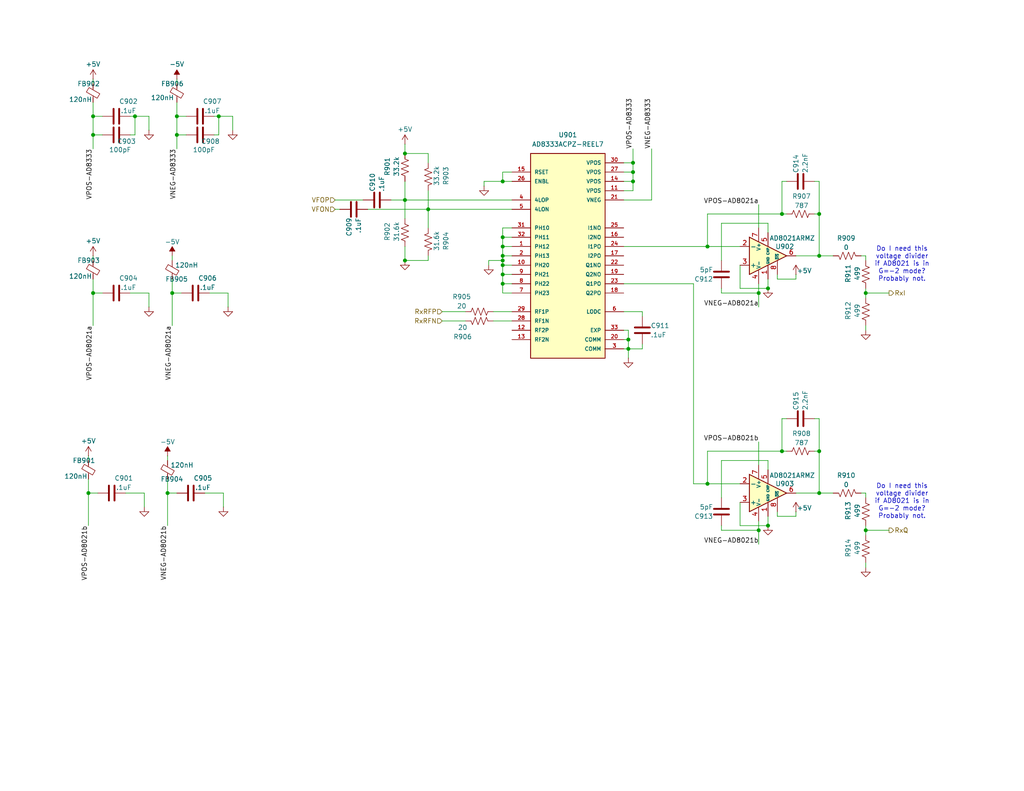
<source format=kicad_sch>
(kicad_sch (version 20250114) (generator "eeschema") (generator_version "9.0")
  (paper "USLetter")
  (title_block (title "Rx Demod") (date "2025-08-10") (company "WB7NAB") (comment 1 "Alan Mimms"))
  (lib_symbols
    (symbol "AD8333ACPZ-REEL7:AD8333ACPZ-REEL7" (pin_names (offset 1.016))
      (property "Reference" "U1" (at 0 33.02 0))
      (property "Value" "AD8333ACPZ-REEL7" (at 0 30.48 0))
      (symbol "AD8333ACPZ-REEL7_0_0"
        (rectangle (start -10.16 -27.94) (end 10.16 27.94) (stroke (width 0.254)) (fill (type background)))
        (pin input line (at -15.24 22.86 0) (length 5.08) (name "RSET") (number "15"))
        (pin input line (at -15.24 20.32 0) (length 5.08) (name "ENBL") (number "26"))
        (pin input line (at -15.24 15.24 0) (length 5.08) (name "4LOP") (number "4"))
        (pin input line (at -15.24 12.7 0) (length 5.08) (name "4LON") (number "5"))
        (pin input line (at -15.24 7.62 0) (length 5.08) (name "PH10") (number "31"))
        (pin input line (at -15.24 5.08 0) (length 5.08) (name "PH11") (number "32"))
        (pin input line (at -15.24 2.54 0) (length 5.08) (name "PH12") (number "1"))
        (pin input line (at -15.24 0 0) (length 5.08) (name "PH13") (number "2"))
        (pin input line (at -15.24 -2.54 0) (length 5.08) (name "PH20") (number "10"))
        (pin input line (at -15.24 -5.08 0) (length 5.08) (name "PH21") (number "9"))
        (pin input line (at -15.24 -7.62 0) (length 5.08) (name "PH22") (number "8"))
        (pin input line (at -15.24 -10.16 0) (length 5.08) (name "PH23") (number "7"))
        (pin input line (at -15.24 -15.24 0) (length 5.08) (name "RF1P") (number "29"))
        (pin input line (at -15.24 -17.78 0) (length 5.08) (name "RF1N") (number "28"))
        (pin input line (at -15.24 -20.32 0) (length 5.08) (name "RF2P") (number "12"))
        (pin input line (at -15.24 -22.86 0) (length 5.08) (name "RF2N") (number "13"))
        (pin power_in line (at 15.24 25.4 180) (length 5.08) (name "VPOS") (number "30"))
        (pin power_in line (at 15.24 22.86 180) (length 5.08) (name "VPOS") (number "27"))
        (pin power_in line (at 15.24 20.32 180) (length 5.08) (name "VPOS") (number "14"))
        (pin power_in line (at 15.24 17.78 180) (length 5.08) (name "VPOS") (number "11"))
        (pin power_in line (at 15.24 15.24 180) (length 5.08) (name "VNEG") (number "21"))
        (pin output line (at 15.24 7.62 180) (length 5.08) (name "I1NO") (number "25"))
        (pin output line (at 15.24 5.08 180) (length 5.08) (name "I2NO") (number "16"))
        (pin output line (at 15.24 2.54 180) (length 5.08) (name "I1PO") (number "24"))
        (pin output line (at 15.24 0 180) (length 5.08) (name "I2PO") (number "17"))
        (pin output line (at 15.24 -2.54 180) (length 5.08) (name "Q1NO") (number "22"))
        (pin output line (at 15.24 -5.08 180) (length 5.08) (name "Q2NO") (number "19"))
        (pin output line (at 15.24 -7.62 180) (length 5.08) (name "Q1PO") (number "23"))
        (pin output line (at 15.24 -10.16 180) (length 5.08) (name "Q2PO") (number "18"))
        (pin passive line (at 15.24 -15.24 180) (length 5.08) (name "LODC") (number "6"))
        (pin passive line (at 15.24 -20.32 180) (length 5.08) (name "EXP") (number "33"))
        (pin passive line (at 15.24 -22.86 180) (length 5.08) (name "COMM") (number "20"))
        (pin passive line (at 15.24 -25.4 180) (length 5.08) (name "COMM") (number "3"))
      )
    )
    (symbol "Device:C" (pin_numbers (hide yes)) (pin_names (offset 0.254))
      (property "Reference" "C" (at 0.635 2.54 0))
      (property "Value" "C" (at 0.635 -2.54 0))
      (symbol "C_0_1"
        (polyline (pts (xy -2.032 0.762) (xy 2.032 0.762)) (stroke (width 0.508)))
        (polyline (pts (xy -2.032 -0.762) (xy 2.032 -0.762)) (stroke (width 0.508)))
      )
      (symbol "C_1_1"
        (pin passive line (at 0 3.81 270) (length 2.794) (name "~") (number "1"))
        (pin passive line (at 0 -3.81 90) (length 2.794) (name "~") (number "2"))
      )
    )
    (symbol "Device:FerriteBead_Small" (pin_numbers (hide yes)) (pin_names (offset 0))
      (property "Reference" "FB" (at 1.905 1.27 0))
      (property "Value" "FerriteBead_Small" (at 1.905 -1.27 0))
      (symbol "FerriteBead_Small_0_1"
        (polyline (pts (xy -1.8288 0.2794) (xy -1.1176 1.4986) (xy 1.8288 -0.2032) (xy 1.1176 -1.4224) (xy -1.8288 0.2794)))
        (polyline (pts (xy 0 0.889) (xy 0 1.2954)))
        (polyline (pts (xy 0 -1.27) (xy 0 -0.7874)))
      )
      (symbol "FerriteBead_Small_1_1"
        (pin passive line (at 0 2.54 270) (length 1.27) (name "~") (number "1"))
        (pin passive line (at 0 -2.54 90) (length 1.27) (name "~") (number "2"))
      )
    )
    (symbol "Device:R_US" (pin_numbers (hide yes)) (pin_names (offset 0))
      (property "Reference" "R" (at 2.54 0 90))
      (property "Value" "R_US" (at -2.54 0 90))
      (symbol "R_US_0_1"
        (polyline (pts (xy 0 2.286) (xy 0 2.54)))
        (polyline (pts (xy 0 2.286) (xy 1.016 1.905) (xy 0 1.524) (xy -1.016 1.143) (xy 0 0.762)))
        (polyline (pts (xy 0 0.762) (xy 1.016 0.381) (xy 0 0) (xy -1.016 -0.381) (xy 0 -0.762)))
        (polyline (pts (xy 0 -0.762) (xy 1.016 -1.143) (xy 0 -1.524) (xy -1.016 -1.905) (xy 0 -2.286)))
        (polyline (pts (xy 0 -2.286) (xy 0 -2.54)))
      )
      (symbol "R_US_1_1"
        (pin passive line (at 0 3.81 270) (length 1.27) (name "~") (number "1"))
        (pin passive line (at 0 -3.81 90) (length 1.27) (name "~") (number "2"))
      )
    )
    (symbol "PCM_Amplifier_Operational_AKL:AD8021ARMZ" (pin_names (offset 0.2))
      (property "Reference" "U" (at 5.08 7.62 0))
      (property "Value" "AD8021ARMZ" (at 5.08 5.08 0))
      (symbol "AD8021ARMZ_0_1"
        (polyline (pts (xy -5.08 5.08) (xy -5.08 -5.08) (xy 5.08 0) (xy -5.08 5.08)) (stroke (width 0.254)) (fill (type background)))
      )
      (symbol "AD8021ARMZ_1_1"
        (pin input line (at -7.62 2.54 0) (length 2.54) (name "-") (number "2"))
        (pin input line (at -7.62 -2.54 0) (length 2.54) (name "+") (number "3"))
        (pin power_in line (at -2.54 7.62 270) (length 3.81) (name "V+") (number "7"))
        (pin power_in line (at -2.54 -7.62 90) (length 3.81) (name "V-") (number "4"))
        (pin input line (at 0 6.35 270) (length 3.81) (name "CMP") (number "5"))
        (pin power_in line (at 0 -6.35 90) (length 3.81) (name "GND") (number "1"))
        (pin passive line (at 2.54 -5.08 90) (length 3.81) (name "~{DIS}") (number "8"))
        (pin output line (at 7.62 0 180) (length 2.54) (name "~") (number "6"))
      )
    )
    (symbol "power:+5V" (power) (pin_numbers (hide yes)) (pin_names (offset 0) (hide yes))
      (property "Value" "+5V" (at 0 3.556 0))
      (symbol "+5V_0_1"
        (polyline (pts (xy -0.762 1.27) (xy 0 2.54)))
        (polyline (pts (xy 0 2.54) (xy 0.762 1.27)))
        (polyline (pts (xy 0 0) (xy 0 2.54)))
      )
      (symbol "+5V_1_1"
        (pin power_in line (at 0 0 90) (length 0) (name "~") (number "1"))
      )
    )
    (symbol "power:+5VA" (power) (pin_numbers (hide yes)) (pin_names (offset 0) (hide yes))
      (property "Value" "+5VA" (at 0 3.556 0))
      (symbol "+5VA_0_1"
        (polyline (pts (xy -0.762 1.27) (xy 0 2.54)))
        (polyline (pts (xy 0 2.54) (xy 0.762 1.27)))
        (polyline (pts (xy 0 0) (xy 0 2.54)))
      )
      (symbol "+5VA_1_1"
        (pin power_in line (at 0 0 90) (length 0) (name "~") (number "1"))
      )
    )
    (symbol "power:-5V" (power) (pin_numbers (hide yes)) (pin_names (offset 0) (hide yes))
      (property "Value" "-5V" (at 0 3.556 0))
      (symbol "-5V_0_0"
        (pin power_in line (at 0 0 90) (length 0) (name "~") (number "1"))
      )
      (symbol "-5V_0_1"
        (polyline (pts (xy 0 0) (xy 0 1.27) (xy 0.762 1.27) (xy 0 2.54) (xy -0.762 1.27) (xy 0 1.27)) (fill (type outline)))
      )
    )
    (symbol "power:-5VA" (power) (pin_numbers (hide yes)) (pin_names (offset 0) (hide yes))
      (property "Value" "-5VA" (at 0 3.556 0))
      (symbol "-5VA_0_0"
        (pin power_in line (at 0 0 90) (length 0) (name "~") (number "1"))
      )
      (symbol "-5VA_0_1"
        (polyline (pts (xy 0 0) (xy 0 1.27) (xy 0.762 1.27) (xy 0 2.54) (xy -0.762 1.27) (xy 0 1.27)) (fill (type outline)))
      )
    )
    (symbol "power:GND" (power) (pin_numbers (hide yes)) (pin_names (offset 0) (hide yes))
      (property "Value" "GND" (at 0 -3.81 0))
      (symbol "GND_0_1"
        (polyline (pts (xy 0 0) (xy 0 -1.27) (xy 1.27 -1.27) (xy 0 -2.54) (xy -1.27 -1.27) (xy 0 -1.27)))
      )
      (symbol "GND_1_1"
        (pin power_in line (at 0 0 270) (length 0) (name "~") (number "1"))
      )
    )
  )
  (text "Do I need this\nvoltage divider\nif AD8021 is in\nG=-2 mode?\nProbably not." (at 246.126 72.136 0) (effects (font (size 1.27 1.27))))
  (text "Do I need this\nvoltage divider\nif AD8021 is in\nG=-2 mode?\nProbably not." (at 246.126 136.906 0) (effects (font (size 1.27 1.27))))
  (junction (at 171.45 95.25))
  (junction (at 172.72 44.45))
  (junction (at 48.26 36.83))
  (junction (at 137.16 69.85))
  (junction (at 137.16 74.93))
  (junction (at 110.49 71.12))
  (junction (at 236.22 144.78))
  (junction (at 45.72 134.62))
  (junction (at 223.52 134.62))
  (junction (at 24.13 134.62))
  (junction (at 223.52 123.19))
  (junction (at 110.49 54.61))
  (junction (at 137.16 72.39))
  (junction (at 48.26 31.75))
  (junction (at 209.55 143.51))
  (junction (at 209.55 78.74))
  (junction (at 116.84 57.15))
  (junction (at 137.16 71.12))
  (junction (at 193.04 67.31))
  (junction (at 207.01 144.78))
  (junction (at 172.72 46.99))
  (junction (at 25.4 80.01))
  (junction (at 59.69 31.75))
  (junction (at 36.83 31.75))
  (junction (at 223.52 69.85))
  (junction (at 137.16 49.53))
  (junction (at 207.01 80.01))
  (junction (at 213.36 123.19))
  (junction (at 137.16 67.31))
  (junction (at 193.04 132.08))
  (junction (at 137.16 77.47))
  (junction (at 25.4 31.75))
  (junction (at 25.4 36.83))
  (junction (at 110.49 41.91))
  (junction (at 236.22 80.01))
  (junction (at 172.72 49.53))
  (junction (at 46.99 80.01))
  (junction (at 137.16 64.77))
  (junction (at 171.45 92.71))
  (junction (at 213.36 58.42))
  (junction (at 223.52 58.42))
  (wire (pts (xy 193.04 67.31) (xy 201.93 67.31)))
  (wire (pts (xy 213.36 114.3) (xy 214.63 114.3)))
  (wire (pts (xy 223.52 69.85) (xy 227.33 69.85)))
  (wire (pts (xy 63.5 31.75) (xy 63.5 35.56)))
  (wire (pts (xy 120.65 87.63) (xy 127 87.63)))
  (wire (pts (xy 139.7 46.99) (xy 137.16 46.99)))
  (wire (pts (xy 133.35 72.39) (xy 133.35 71.12)))
  (wire (pts (xy 45.72 134.62) (xy 48.26 134.62)))
  (wire (pts (xy 201.93 78.74) (xy 209.55 78.74)))
  (wire (pts (xy 196.85 78.74) (xy 196.85 80.01)))
  (wire (pts (xy 222.25 123.19) (xy 223.52 123.19)))
  (wire (pts (xy 45.72 130.81) (xy 45.72 134.62)))
  (wire (pts (xy 236.22 144.78) (xy 236.22 146.05)))
  (wire (pts (xy 48.26 27.94) (xy 48.26 31.75)))
  (wire (pts (xy 120.65 85.09) (xy 127 85.09)))
  (wire (pts (xy 59.69 31.75) (xy 63.5 31.75)))
  (wire (pts (xy 175.26 85.09) (xy 175.26 86.36)))
  (wire (pts (xy 217.17 76.2) (xy 217.17 74.93)))
  (wire (pts (xy 91.44 54.61) (xy 99.06 54.61)))
  (wire (pts (xy 35.56 31.75) (xy 36.83 31.75)))
  (wire (pts (xy 222.25 49.53) (xy 223.52 49.53)))
  (wire (pts (xy 196.85 125.73) (xy 209.55 125.73)))
  (wire (pts (xy 110.49 49.53) (xy 110.49 54.61)))
  (wire (pts (xy 170.18 95.25) (xy 171.45 95.25)))
  (wire (pts (xy 171.45 95.25) (xy 171.45 97.79)))
  (wire (pts (xy 170.18 49.53) (xy 172.72 49.53)))
  (wire (pts (xy 46.99 69.85) (xy 46.99 71.12)))
  (wire (pts (xy 139.7 80.01) (xy 137.16 80.01)))
  (wire (pts (xy 24.13 134.62) (xy 24.13 143.51)))
  (wire (pts (xy 46.99 80.01) (xy 49.53 80.01)))
  (wire (pts (xy 34.29 134.62) (xy 39.37 134.62)))
  (wire (pts (xy 35.56 80.01) (xy 40.64 80.01)))
  (wire (pts (xy 134.62 85.09) (xy 139.7 85.09)))
  (wire (pts (xy 25.4 36.83) (xy 25.4 40.64)))
  (wire (pts (xy 170.18 90.17) (xy 171.45 90.17)))
  (wire (pts (xy 137.16 64.77) (xy 139.7 64.77)))
  (wire (pts (xy 91.44 57.15) (xy 92.71 57.15)))
  (wire (pts (xy 193.04 58.42) (xy 213.36 58.42)))
  (wire (pts (xy 27.94 31.75) (xy 25.4 31.75)))
  (wire (pts (xy 60.96 134.62) (xy 60.96 138.43)))
  (wire (pts (xy 55.88 134.62) (xy 60.96 134.62)))
  (wire (pts (xy 223.52 49.53) (xy 223.52 58.42)))
  (wire (pts (xy 172.72 40.64) (xy 172.72 44.45)))
  (wire (pts (xy 40.64 31.75) (xy 40.64 35.56)))
  (wire (pts (xy 137.16 46.99) (xy 137.16 49.53)))
  (wire (pts (xy 193.04 132.08) (xy 201.93 132.08)))
  (wire (pts (xy 116.84 57.15) (xy 139.7 57.15)))
  (wire (pts (xy 137.16 71.12) (xy 137.16 69.85)))
  (wire (pts (xy 46.99 80.01) (xy 46.99 88.9)))
  (wire (pts (xy 132.08 50.8) (xy 132.08 49.53)))
  (wire (pts (xy 222.25 114.3) (xy 223.52 114.3)))
  (wire (pts (xy 217.17 134.62) (xy 223.52 134.62)))
  (wire (pts (xy 25.4 31.75) (xy 25.4 36.83)))
  (wire (pts (xy 201.93 72.39) (xy 201.93 78.74)))
  (wire (pts (xy 25.4 80.01) (xy 25.4 88.9)))
  (wire (pts (xy 193.04 58.42) (xy 193.04 67.31)))
  (wire (pts (xy 132.08 49.53) (xy 137.16 49.53)))
  (wire (pts (xy 171.45 92.71) (xy 171.45 95.25)))
  (wire (pts (xy 217.17 140.97) (xy 217.17 139.7)))
  (wire (pts (xy 170.18 77.47) (xy 189.23 77.47)))
  (wire (pts (xy 137.16 67.31) (xy 139.7 67.31)))
  (wire (pts (xy 236.22 80.01) (xy 236.22 81.28)))
  (wire (pts (xy 207.01 144.78) (xy 207.01 148.59)))
  (wire (pts (xy 212.09 76.2) (xy 217.17 76.2)))
  (wire (pts (xy 25.4 69.85) (xy 25.4 71.12)))
  (wire (pts (xy 172.72 49.53) (xy 172.72 46.99)))
  (wire (pts (xy 137.16 69.85) (xy 137.16 67.31)))
  (wire (pts (xy 106.68 54.61) (xy 110.49 54.61)))
  (wire (pts (xy 134.62 87.63) (xy 139.7 87.63)))
  (wire (pts (xy 207.01 77.47) (xy 207.01 80.01)))
  (wire (pts (xy 137.16 62.23) (xy 139.7 62.23)))
  (wire (pts (xy 110.49 41.91) (xy 116.84 41.91)))
  (wire (pts (xy 25.4 21.59) (xy 25.4 22.86)))
  (wire (pts (xy 207.01 55.88) (xy 207.01 62.23)))
  (wire (pts (xy 24.13 124.46) (xy 24.13 125.73)))
  (wire (pts (xy 234.95 134.62) (xy 236.22 134.62)))
  (wire (pts (xy 175.26 95.25) (xy 171.45 95.25)))
  (wire (pts (xy 137.16 77.47) (xy 139.7 77.47)))
  (wire (pts (xy 137.16 74.93) (xy 139.7 74.93)))
  (wire (pts (xy 24.13 130.81) (xy 24.13 134.62)))
  (wire (pts (xy 223.52 114.3) (xy 223.52 123.19)))
  (wire (pts (xy 217.17 69.85) (xy 223.52 69.85)))
  (wire (pts (xy 137.16 64.77) (xy 137.16 62.23)))
  (wire (pts (xy 36.83 31.75) (xy 40.64 31.75)))
  (wire (pts (xy 48.26 21.59) (xy 48.26 22.86)))
  (wire (pts (xy 177.8 40.64) (xy 177.8 54.61)))
  (wire (pts (xy 137.16 49.53) (xy 139.7 49.53)))
  (wire (pts (xy 209.55 60.96) (xy 209.55 63.5)))
  (wire (pts (xy 201.93 143.51) (xy 209.55 143.51)))
  (wire (pts (xy 27.94 80.01) (xy 25.4 80.01)))
  (wire (pts (xy 35.56 36.83) (xy 36.83 36.83)))
  (wire (pts (xy 196.85 143.51) (xy 196.85 144.78)))
  (wire (pts (xy 59.69 36.83) (xy 59.69 31.75)))
  (wire (pts (xy 25.4 76.2) (xy 25.4 80.01)))
  (wire (pts (xy 137.16 69.85) (xy 139.7 69.85)))
  (wire (pts (xy 236.22 153.67) (xy 236.22 154.94)))
  (wire (pts (xy 223.52 134.62) (xy 227.33 134.62)))
  (wire (pts (xy 40.64 80.01) (xy 40.64 83.82)))
  (wire (pts (xy 196.85 80.01) (xy 207.01 80.01)))
  (wire (pts (xy 25.4 36.83) (xy 27.94 36.83)))
  (wire (pts (xy 193.04 123.19) (xy 193.04 132.08)))
  (wire (pts (xy 172.72 49.53) (xy 172.72 52.07)))
  (wire (pts (xy 48.26 36.83) (xy 48.26 40.64)))
  (wire (pts (xy 25.4 27.94) (xy 25.4 31.75)))
  (wire (pts (xy 170.18 92.71) (xy 171.45 92.71)))
  (wire (pts (xy 223.52 123.19) (xy 223.52 134.62)))
  (wire (pts (xy 175.26 93.98) (xy 175.26 95.25)))
  (wire (pts (xy 196.85 71.12) (xy 196.85 60.96)))
  (wire (pts (xy 116.84 69.85) (xy 116.84 71.12)))
  (wire (pts (xy 170.18 52.07) (xy 172.72 52.07)))
  (wire (pts (xy 110.49 54.61) (xy 139.7 54.61)))
  (wire (pts (xy 170.18 85.09) (xy 175.26 85.09)))
  (wire (pts (xy 62.23 80.01) (xy 62.23 83.82)))
  (wire (pts (xy 137.16 72.39) (xy 137.16 71.12)))
  (wire (pts (xy 170.18 67.31) (xy 193.04 67.31)))
  (wire (pts (xy 196.85 135.89) (xy 196.85 125.73)))
  (wire (pts (xy 170.18 46.99) (xy 172.72 46.99)))
  (wire (pts (xy 209.55 125.73) (xy 209.55 128.27)))
  (wire (pts (xy 196.85 60.96) (xy 209.55 60.96)))
  (wire (pts (xy 110.49 39.37) (xy 110.49 41.91)))
  (wire (pts (xy 45.72 134.62) (xy 45.72 143.51)))
  (wire (pts (xy 236.22 88.9) (xy 236.22 90.17)))
  (wire (pts (xy 196.85 144.78) (xy 207.01 144.78)))
  (wire (pts (xy 209.55 76.2) (xy 209.55 78.74)))
  (wire (pts (xy 50.8 31.75) (xy 48.26 31.75)))
  (wire (pts (xy 26.67 134.62) (xy 24.13 134.62)))
  (wire (pts (xy 236.22 80.01) (xy 242.57 80.01)))
  (wire (pts (xy 213.36 123.19) (xy 214.63 123.19)))
  (wire (pts (xy 207.01 120.65) (xy 207.01 127)))
  (wire (pts (xy 234.95 69.85) (xy 236.22 69.85)))
  (wire (pts (xy 236.22 78.74) (xy 236.22 80.01)))
  (wire (pts (xy 116.84 52.07) (xy 116.84 57.15)))
  (wire (pts (xy 57.15 80.01) (xy 62.23 80.01)))
  (wire (pts (xy 207.01 80.01) (xy 207.01 83.82)))
  (wire (pts (xy 170.18 54.61) (xy 177.8 54.61)))
  (wire (pts (xy 236.22 143.51) (xy 236.22 144.78)))
  (wire (pts (xy 137.16 80.01) (xy 137.16 77.47)))
  (wire (pts (xy 236.22 69.85) (xy 236.22 71.12)))
  (wire (pts (xy 212.09 140.97) (xy 217.17 140.97)))
  (wire (pts (xy 110.49 67.31) (xy 110.49 71.12)))
  (wire (pts (xy 207.01 142.24) (xy 207.01 144.78)))
  (wire (pts (xy 137.16 77.47) (xy 137.16 74.93)))
  (wire (pts (xy 45.72 124.46) (xy 45.72 125.73)))
  (wire (pts (xy 212.09 74.93) (xy 212.09 76.2)))
  (wire (pts (xy 209.55 140.97) (xy 209.55 143.51)))
  (wire (pts (xy 172.72 46.99) (xy 172.72 44.45)))
  (wire (pts (xy 58.42 36.83) (xy 59.69 36.83)))
  (wire (pts (xy 100.33 57.15) (xy 116.84 57.15)))
  (wire (pts (xy 137.16 72.39) (xy 139.7 72.39)))
  (wire (pts (xy 58.42 31.75) (xy 59.69 31.75)))
  (wire (pts (xy 137.16 67.31) (xy 137.16 64.77)))
  (wire (pts (xy 213.36 49.53) (xy 213.36 58.42)))
  (wire (pts (xy 223.52 58.42) (xy 223.52 69.85)))
  (wire (pts (xy 110.49 54.61) (xy 110.49 59.69)))
  (wire (pts (xy 137.16 74.93) (xy 137.16 72.39)))
  (wire (pts (xy 212.09 139.7) (xy 212.09 140.97)))
  (wire (pts (xy 48.26 36.83) (xy 50.8 36.83)))
  (wire (pts (xy 189.23 132.08) (xy 193.04 132.08)))
  (wire (pts (xy 172.72 44.45) (xy 170.18 44.45)))
  (wire (pts (xy 133.35 71.12) (xy 137.16 71.12)))
  (wire (pts (xy 201.93 137.16) (xy 201.93 143.51)))
  (wire (pts (xy 189.23 77.47) (xy 189.23 132.08)))
  (wire (pts (xy 46.99 76.2) (xy 46.99 80.01)))
  (wire (pts (xy 39.37 134.62) (xy 39.37 138.43)))
  (wire (pts (xy 236.22 144.78) (xy 242.57 144.78)))
  (wire (pts (xy 48.26 31.75) (xy 48.26 36.83)))
  (wire (pts (xy 213.36 114.3) (xy 213.36 123.19)))
  (wire (pts (xy 236.22 134.62) (xy 236.22 135.89)))
  (wire (pts (xy 116.84 57.15) (xy 116.84 62.23)))
  (wire (pts (xy 213.36 58.42) (xy 214.63 58.42)))
  (wire (pts (xy 110.49 71.12) (xy 116.84 71.12)))
  (wire (pts (xy 36.83 36.83) (xy 36.83 31.75)))
  (wire (pts (xy 193.04 123.19) (xy 213.36 123.19)))
  (wire (pts (xy 116.84 41.91) (xy 116.84 44.45)))
  (wire (pts (xy 171.45 90.17) (xy 171.45 92.71)))
  (wire (pts (xy 222.25 58.42) (xy 223.52 58.42)))
  (wire (pts (xy 213.36 49.53) (xy 214.63 49.53)))
  (label "VPOS-AD8021b" (at 207.01 120.65 180))
  (label "VNEG-AD8021b" (at 207.01 148.59 180))
  (label "VPOS-AD8021a" (at 207.01 55.88 180))
  (label "VPOS-AD8333" (at 172.72 40.64 90))
  (label "VNEG-AD8333" (at 48.26 40.64 270))
  (label "VNEG-AD8021b" (at 45.72 143.51 270))
  (label "VPOS-AD8021a" (at 25.4 88.9 270))
  (label "VNEG-AD8021a" (at 207.01 83.82 180))
  (label "VNEG-AD8021a" (at 46.99 88.9 270))
  (label "VNEG-AD8333" (at 177.8 40.64 90))
  (label "VPOS-AD8333" (at 25.4 40.64 270))
  (label "VPOS-AD8021b" (at 24.13 143.51 270))
  (hierarchical_label "VFOP" (shape input) (at 91.44 54.61 180))
  (hierarchical_label "RxI" (shape output) (at 242.57 80.01 0))
  (hierarchical_label "RxRFN" (shape input) (at 120.65 87.63 180))
  (hierarchical_label "RxQ" (shape output) (at 242.57 144.78 0))
  (hierarchical_label "VFON" (shape input) (at 91.44 57.15 180))
  (hierarchical_label "RxRFP" (shape input) (at 120.65 85.09 180))
  (symbol (lib_id "Device:C") (at 53.34 80.01 90) (unit 1)
    (property "Reference" "C906" (at 56.642 75.946 90))
    (property "Value" ".1uF" (at 56.642 78.486 90))
    (property "Description" "Unpolarized capacitor" (effects (hide yes)))
  )
  (symbol (lib_id "power:GND") (at 236.22 90.17 0) (unit 1)
    (property "Reference" "#PWR0922" (effects (hide yes)))
    (property "Value" "GND" (effects (hide yes)))
    (property "Description" "Power symbol creates a global label with name \"GND\" , ground" (effects (hide yes)))
  )
  (symbol (lib_id "power:+5VA") (at 25.4 21.59 0) (unit 1)
    (property "Reference" "#PWR0902" (effects (hide yes)))
    (property "Value" "+5V" (at 25.4 17.526 0))
    (property "Description" "Power symbol creates a global label with name \"+5VA\"" (effects (hide yes)))
  )
  (symbol (lib_id "Device:FerriteBead_Small") (at 25.4 73.66 0) (unit 1)
    (property "Reference" "FB903" (at 21.082 71.12 0) (effects (justify left)))
    (property "Value" "120nH" (at 18.796 75.438 0) (effects (justify left)))
    (property "Description" "Ferrite bead, small symbol" (effects (hide yes)))
  )
  (symbol (lib_id "power:GND") (at 39.37 138.43 0) (unit 1)
    (property "Reference" "#PWR0904" (effects (hide yes)))
    (property "Value" "GND" (effects (hide yes)))
    (property "Description" "Power symbol creates a global label with name \"GND\" , ground" (effects (hide yes)))
  )
  (symbol (lib_id "power:-5VA") (at 45.72 124.46 0) (unit 1)
    (property "Reference" "#PWR0907" (effects (hide yes)))
    (property "Value" "-5V" (at 45.72 120.65 0))
    (property "Description" "Power symbol creates a global label with name \"-5VA\"" (effects (hide yes)))
  )
  (symbol (lib_id "power:GND") (at 63.5 35.56 0) (unit 1)
    (property "Reference" "#PWR0912" (effects (hide yes)))
    (property "Value" "GND" (effects (hide yes)))
    (property "Description" "Power symbol creates a global label with name \"GND\" , ground" (effects (hide yes)))
  )
  (symbol (lib_id "Device:FerriteBead_Small") (at 45.72 128.27 180) (unit 1)
    (property "Reference" "FB904" (at 50.038 130.81 0) (effects (justify left)))
    (property "Value" "120nH" (at 52.832 127 0) (effects (justify left)))
    (property "Description" "Ferrite bead, small symbol" (effects (hide yes)))
  )
  (symbol (lib_id "Device:C") (at 175.26 90.17 0) (unit 1)
    (property "Reference" "C911" (at 177.546 88.9 0) (effects (justify left)))
    (property "Value" ".1uF" (at 177.546 91.44 0) (effects (justify left)))
    (property "Description" "Unpolarized capacitor" (effects (hide yes)))
  )
  (symbol (lib_id "power:+5V") (at 217.17 74.93 0) (unit 1)
    (property "Reference" "#PWR0920" (effects (hide yes)))
    (property "Value" "+5V" (at 219.456 73.914 0))
    (property "Description" "Power symbol creates a global label with name \"+5V\"" (effects (hide yes)))
  )
  (symbol (lib_id "Device:R_US") (at 236.22 149.86 180) (unit 1)
    (property "Reference" "R914" (at 231.394 149.606 90))
    (property "Value" "499" (at 233.934 149.606 90))
    (property "Description" "Resistor, US symbol" (effects (hide yes)))
  )
  (symbol (lib_id "Device:R_US") (at 218.44 123.19 90) (unit 1)
    (property "Reference" "R908" (at 218.694 118.364 90))
    (property "Value" "787" (at 218.694 120.904 90))
    (property "Description" "Resistor, US symbol" (effects (hide yes)))
  )
  (symbol (lib_id "Device:C") (at 54.61 36.83 90) (unit 1)
    (property "Reference" "C908" (at 57.404 38.608 90))
    (property "Value" "100pF" (at 55.626 40.894 90))
    (property "Description" "Unpolarized capacitor" (effects (hide yes)))
  )
  (symbol (lib_id "Device:C") (at 31.75 36.83 90) (unit 1)
    (property "Reference" "C903" (at 34.544 38.608 90))
    (property "Value" "100pF" (at 32.766 40.894 90))
    (property "Description" "Unpolarized capacitor" (effects (hide yes)))
  )
  (symbol (lib_id "Device:C") (at 31.75 80.01 90) (unit 1)
    (property "Reference" "C904" (at 35.052 75.946 90))
    (property "Value" ".1uF" (at 35.052 78.486 90))
    (property "Description" "Unpolarized capacitor" (effects (hide yes)))
  )
  (symbol (lib_id "Device:FerriteBead_Small") (at 48.26 25.4 0) (unit 1)
    (property "Reference" "FB906" (at 43.942 22.86 0) (effects (justify left)))
    (property "Value" "120nH" (at 41.148 26.67 0) (effects (justify left)))
    (property "Description" "Ferrite bead, small symbol" (effects (hide yes)))
  )
  (symbol (lib_id "Device:R_US") (at 110.49 45.72 180) (unit 1)
    (property "Reference" "R901" (at 105.664 45.466 90))
    (property "Value" "33.2k" (at 108.204 45.466 90))
    (property "Description" "Resistor, US symbol" (effects (hide yes)))
  )
  (symbol (lib_id "Device:R_US") (at 236.22 85.09 180) (unit 1)
    (property "Reference" "R912" (at 231.394 84.836 90))
    (property "Value" "499" (at 233.934 84.836 90))
    (property "Description" "Resistor, US symbol" (effects (hide yes)))
  )
  (symbol (lib_id "Device:R_US") (at 236.22 139.7 180) (unit 1)
    (property "Reference" "R913" (at 231.394 139.446 90))
    (property "Value" "499" (at 233.934 139.446 90))
    (property "Description" "Resistor, US symbol" (effects (hide yes)))
  )
  (symbol (lib_id "Device:R_US") (at 231.14 134.62 270) (mirror x) (unit 1)
    (property "Reference" "R910" (at 230.886 129.794 90))
    (property "Value" "0" (at 230.886 132.334 90))
    (property "Description" "Resistor, US symbol" (effects (hide yes)))
  )
  (symbol (lib_id "power:GND") (at 62.23 83.82 0) (unit 1)
    (property "Reference" "#PWR0911" (effects (hide yes)))
    (property "Value" "GND" (effects (hide yes)))
    (property "Description" "Power symbol creates a global label with name \"GND\" , ground" (effects (hide yes)))
  )
  (symbol (lib_id "Device:R_US") (at 110.49 63.5 180) (unit 1)
    (property "Reference" "R902" (at 105.664 63.246 90))
    (property "Value" "31.6k" (at 108.204 63.246 90))
    (property "Description" "Resistor, US symbol" (effects (hide yes)))
  )
  (symbol (lib_id "power:GND") (at 110.49 71.12 0) (unit 1)
    (property "Reference" "#PWR0914" (effects (hide yes)))
    (property "Value" "GND" (effects (hide yes)))
    (property "Description" "Power symbol creates a global label with name \"GND\" , ground" (effects (hide yes)))
  )
  (symbol (lib_id "Device:C") (at 102.87 54.61 90) (unit 1)
    (property "Reference" "C910" (at 101.6 52.324 0) (effects (justify left)))
    (property "Value" ".1uF" (at 104.14 52.324 0) (effects (justify left)))
    (property "Description" "Unpolarized capacitor" (effects (hide yes)))
  )
  (symbol (lib_id "power:GND") (at 40.64 35.56 0) (unit 1)
    (property "Reference" "#PWR0905" (effects (hide yes)))
    (property "Value" "GND" (effects (hide yes)))
    (property "Description" "Power symbol creates a global label with name \"GND\" , ground" (effects (hide yes)))
  )
  (symbol (lib_id "Device:R_US") (at 116.84 48.26 0) (mirror x) (unit 1)
    (property "Reference" "R903" (at 121.666 48.006 90))
    (property "Value" "33.2k" (at 119.126 48.006 90))
    (property "Description" "Resistor, US symbol" (effects (hide yes)))
  )
  (symbol (lib_id "Device:C") (at 196.85 139.7 180) (unit 1)
    (property "Reference" "C913" (at 194.564 140.97 0) (effects (justify left)))
    (property "Value" "5pF" (at 194.564 138.43 0) (effects (justify left)))
    (property "Description" "Unpolarized capacitor" (effects (hide yes)))
  )
  (symbol (lib_id "power:-5VA") (at 46.99 69.85 0) (unit 1)
    (property "Reference" "#PWR0908" (effects (hide yes)))
    (property "Value" "-5V" (at 46.99 66.04 0))
    (property "Description" "Power symbol creates a global label with name \"-5VA\"" (effects (hide yes)))
  )
  (symbol (lib_id "power:+5VA") (at 25.4 69.85 0) (unit 1)
    (property "Reference" "#PWR0903" (effects (hide yes)))
    (property "Value" "+5V" (at 25.4 65.786 0))
    (property "Description" "Power symbol creates a global label with name \"+5VA\"" (effects (hide yes)))
  )
  (symbol (lib_id "Device:C") (at 218.44 114.3 90) (unit 1)
    (property "Reference" "C915" (at 217.17 112.014 0) (effects (justify left)))
    (property "Value" "2.2nF" (at 219.71 112.014 0) (effects (justify left)))
    (property "Description" "Unpolarized capacitor" (effects (hide yes)))
  )
  (symbol (lib_id "power:+5VA") (at 110.49 39.37 0) (unit 1)
    (property "Reference" "#PWR0913" (effects (hide yes)))
    (property "Value" "+5V" (at 110.49 35.306 0))
    (property "Description" "Power symbol creates a global label with name \"+5VA\"" (effects (hide yes)))
  )
  (symbol (lib_id "power:GND") (at 60.96 138.43 0) (unit 1)
    (property "Reference" "#PWR0910" (effects (hide yes)))
    (property "Value" "GND" (effects (hide yes)))
    (property "Description" "Power symbol creates a global label with name \"GND\" , ground" (effects (hide yes)))
  )
  (symbol (lib_id "power:-5V") (at 48.26 21.59 0) (unit 1)
    (property "Reference" "#PWR0909" (effects (hide yes)))
    (property "Value" "-5V" (at 48.26 17.526 0))
    (property "Description" "Power symbol creates a global label with name \"-5V\"" (effects (hide yes)))
  )
  (symbol (lib_id "Device:R_US") (at 231.14 69.85 270) (mirror x) (unit 1)
    (property "Reference" "R909" (at 230.886 65.024 90))
    (property "Value" "0" (at 230.886 67.564 90))
    (property "Description" "Resistor, US symbol" (effects (hide yes)))
  )
  (symbol (lib_id "AD8333ACPZ-REEL7:AD8333ACPZ-REEL7") (at 154.94 69.85 0) (unit 1)
    (property "Reference" "U901" (at 154.94 36.83 0))
    (property "Value" "AD8333ACPZ-REEL7" (at 154.94 39.37 0))
    (property "Footprint" "AD8333ACPZ-REEL7:QFN50P500X475X100-33N" (effects (hide yes)))
    (property "MF" "Analog Devices" (effects (hide yes)))
    (property "Description_1" "DC to 50 MHz, Dual I/Q Demodulator and Phase Shifter" (effects (hide yes)))
    (property "Package" "LFCSP -32 Analog Devices" (effects (hide yes)))
    (property "Price" "None" (effects (hide yes)))
    (property "Check_prices" "https://www.snapeda.com/parts/AD8333ACPZ-REEL7/Analog+Devices/view-part/?ref=eda" (effects (hide yes)))
    (property "SnapEDA_Link" "https://www.snapeda.com/parts/AD8333ACPZ-REEL7/Analog+Devices/view-part/?ref=snap" (effects (hide yes)))
    (property "MP" "AD8333ACPZ-REEL7" (effects (hide yes)))
    (property "Availability" "In Stock" (effects (hide yes)))
    (property "MANUFACTURER" "Analog Devices" (effects (hide yes)))
  )
  (symbol (lib_id "Device:C") (at 52.07 134.62 90) (unit 1)
    (property "Reference" "C905" (at 55.372 130.556 90))
    (property "Value" ".1uF" (at 55.372 133.096 90))
    (property "Description" "Unpolarized capacitor" (effects (hide yes)))
  )
  (symbol (lib_id "Device:C") (at 196.85 74.93 180) (unit 1)
    (property "Reference" "C912" (at 194.564 76.2 0) (effects (justify left)))
    (property "Value" "5pF" (at 194.564 73.66 0) (effects (justify left)))
    (property "Description" "Unpolarized capacitor" (effects (hide yes)))
  )
  (symbol (lib_id "Device:C") (at 31.75 31.75 90) (unit 1)
    (property "Reference" "C902" (at 35.052 27.686 90))
    (property "Value" ".1uF" (at 35.052 30.226 90))
    (property "Description" "Unpolarized capacitor" (effects (hide yes)))
  )
  (symbol (lib_id "Device:C") (at 54.61 31.75 90) (unit 1)
    (property "Reference" "C907" (at 57.912 27.686 90))
    (property "Value" ".1uF" (at 57.912 30.226 90))
    (property "Description" "Unpolarized capacitor" (effects (hide yes)))
  )
  (symbol (lib_id "Device:R_US") (at 218.44 58.42 90) (unit 1)
    (property "Reference" "R907" (at 218.694 53.594 90))
    (property "Value" "787" (at 218.694 56.134 90))
    (property "Description" "Resistor, US symbol" (effects (hide yes)))
  )
  (symbol (lib_id "Device:FerriteBead_Small") (at 46.99 73.66 180) (unit 1)
    (property "Reference" "FB905" (at 51.308 76.2 0) (effects (justify left)))
    (property "Value" "120nH" (at 54.102 72.39 0) (effects (justify left)))
    (property "Description" "Ferrite bead, small symbol" (effects (hide yes)))
  )
  (symbol (lib_id "Device:C") (at 30.48 134.62 90) (unit 1)
    (property "Reference" "C901" (at 33.782 130.556 90))
    (property "Value" ".1uF" (at 33.782 133.096 90))
    (property "Description" "Unpolarized capacitor" (effects (hide yes)))
  )
  (symbol (lib_id "power:GND") (at 236.22 154.94 0) (unit 1)
    (property "Reference" "#PWR0923" (effects (hide yes)))
    (property "Value" "GND" (effects (hide yes)))
    (property "Description" "Power symbol creates a global label with name \"GND\" , ground" (effects (hide yes)))
  )
  (symbol (lib_id "power:GND") (at 209.55 143.51 0) (unit 1)
    (property "Reference" "#PWR0919" (effects (hide yes)))
    (property "Value" "GND" (effects (hide yes)))
    (property "Description" "Power symbol creates a global label with name \"GND\" , ground" (effects (hide yes)))
  )
  (symbol (lib_id "power:GND") (at 132.08 50.8 0) (unit 1)
    (property "Reference" "#PWR0915" (effects (hide yes)))
    (property "Value" "GND" (effects (hide yes)))
    (property "Description" "Power symbol creates a global label with name \"GND\" , ground" (effects (hide yes)))
  )
  (symbol (lib_id "PCM_Amplifier_Operational_AKL:AD8021ARMZ") (at 209.55 69.85 0) (unit 1)
    (property "Reference" "U902" (at 214.122 67.31 0))
    (property "Value" "AD8021ARMZ" (at 216.154 65.024 0))
    (property "Footprint" "PCM_Package_SO_AKL:MSOP-8_3x3mm_P0.65mm" (effects (hide yes)))
    (property "Datasheet" "https://www.tme.eu/Document/d0e508c50df845f7b80587b6eb30edcc/AD8021.pdf" (effects (hide yes)))
    (property "Description" "MSOP-8 Fast Low Noise Operational Amplifier, 1mV Offset, 2.1nV/√Hz Noise, 200MHz, Alternate KiCAD Library" (effects (hide yes)))
  )
  (symbol (lib_id "power:GND") (at 209.55 78.74 0) (unit 1)
    (property "Reference" "#PWR0918" (effects (hide yes)))
    (property "Value" "GND" (effects (hide yes)))
    (property "Description" "Power symbol creates a global label with name \"GND\" , ground" (effects (hide yes)))
  )
  (symbol (lib_id "Device:R_US") (at 236.22 74.93 180) (unit 1)
    (property "Reference" "R911" (at 231.394 74.676 90))
    (property "Value" "499" (at 233.934 74.676 90))
    (property "Description" "Resistor, US symbol" (effects (hide yes)))
  )
  (symbol (lib_id "Device:FerriteBead_Small") (at 25.4 25.4 0) (unit 1)
    (property "Reference" "FB902" (at 21.082 22.86 0) (effects (justify left)))
    (property "Value" "120nH" (at 18.796 27.178 0) (effects (justify left)))
    (property "Description" "Ferrite bead, small symbol" (effects (hide yes)))
  )
  (symbol (lib_id "Device:R_US") (at 116.84 66.04 0) (mirror x) (unit 1)
    (property "Reference" "R904" (at 121.666 65.786 90))
    (property "Value" "31.6k" (at 119.126 65.786 90))
    (property "Description" "Resistor, US symbol" (effects (hide yes)))
  )
  (symbol (lib_id "power:GND") (at 171.45 97.79 0) (unit 1)
    (property "Reference" "#PWR0917" (effects (hide yes)))
    (property "Value" "GND" (effects (hide yes)))
    (property "Description" "Power symbol creates a global label with name \"GND\" , ground" (effects (hide yes)))
  )
  (symbol (lib_id "power:+5VA") (at 24.13 124.46 0) (unit 1)
    (property "Reference" "#PWR0901" (effects (hide yes)))
    (property "Value" "+5V" (at 24.13 120.396 0))
    (property "Description" "Power symbol creates a global label with name \"+5VA\"" (effects (hide yes)))
  )
  (symbol (lib_id "Device:R_US") (at 130.81 87.63 90) (mirror x) (unit 1)
    (property "Reference" "R906" (at 126.238 91.948 90))
    (property "Value" "20" (at 126.238 89.408 90))
    (property "Description" "Resistor, US symbol" (effects (hide yes)))
  )
  (symbol (lib_id "Device:FerriteBead_Small") (at 24.13 128.27 0) (unit 1)
    (property "Reference" "FB901" (at 19.812 125.73 0) (effects (justify left)))
    (property "Value" "120nH" (at 17.526 130.048 0) (effects (justify left)))
    (property "Description" "Ferrite bead, small symbol" (effects (hide yes)))
  )
  (symbol (lib_id "power:GND") (at 133.35 72.39 0) (unit 1)
    (property "Reference" "#PWR0916" (effects (hide yes)))
    (property "Value" "GND" (effects (hide yes)))
    (property "Description" "Power symbol creates a global label with name \"GND\" , ground" (effects (hide yes)))
  )
  (symbol (lib_id "power:GND") (at 40.64 83.82 0) (unit 1)
    (property "Reference" "#PWR0906" (effects (hide yes)))
    (property "Value" "GND" (effects (hide yes)))
    (property "Description" "Power symbol creates a global label with name \"GND\" , ground" (effects (hide yes)))
  )
  (symbol (lib_id "Device:C") (at 96.52 57.15 90) (mirror x) (unit 1)
    (property "Reference" "C909" (at 95.25 59.436 0) (effects (justify left)))
    (property "Value" ".1uF" (at 97.79 59.436 0) (effects (justify left)))
    (property "Description" "Unpolarized capacitor" (effects (hide yes)))
  )
  (symbol (lib_id "PCM_Amplifier_Operational_AKL:AD8021ARMZ") (at 209.55 134.62 0) (unit 1)
    (property "Reference" "U903" (at 214.122 132.08 0))
    (property "Value" "AD8021ARMZ" (at 216.154 129.794 0))
    (property "Footprint" "PCM_Package_SO_AKL:MSOP-8_3x3mm_P0.65mm" (effects (hide yes)))
    (property "Datasheet" "https://www.tme.eu/Document/d0e508c50df845f7b80587b6eb30edcc/AD8021.pdf" (effects (hide yes)))
    (property "Description" "MSOP-8 Fast Low Noise Operational Amplifier, 1mV Offset, 2.1nV/√Hz Noise, 200MHz, Alternate KiCAD Library" (effects (hide yes)))
  )
  (symbol (lib_id "Device:C") (at 218.44 49.53 90) (unit 1)
    (property "Reference" "C914" (at 217.17 47.244 0) (effects (justify left)))
    (property "Value" "2.2nF" (at 219.71 47.244 0) (effects (justify left)))
    (property "Description" "Unpolarized capacitor" (effects (hide yes)))
  )
  (symbol (lib_id "Device:R_US") (at 130.81 85.09 90) (unit 1)
    (property "Reference" "R905" (at 125.984 81.026 90))
    (property "Value" "20" (at 125.984 83.566 90))
    (property "Description" "Resistor, US symbol" (effects (hide yes)))
  )
  (symbol (lib_id "power:+5V") (at 217.17 139.7 0) (unit 1)
    (property "Reference" "#PWR0921" (effects (hide yes)))
    (property "Value" "+5V" (at 219.456 138.684 0))
    (property "Description" "Power symbol creates a global label with name \"+5V\"" (effects (hide yes)))
  )
)
</source>
